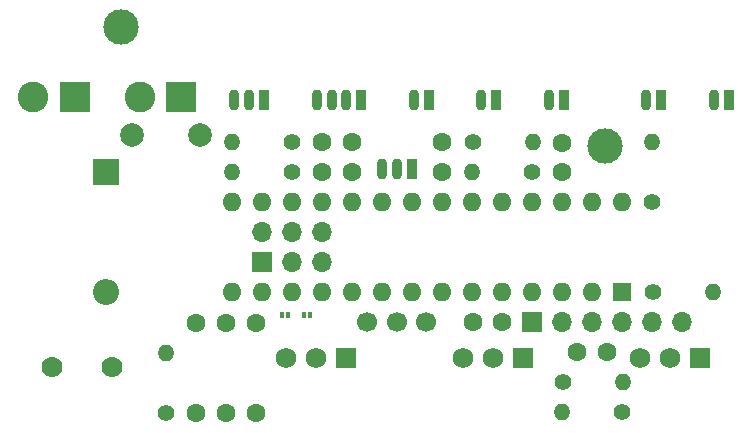
<source format=gts>
G04 #@! TF.FileFunction,Soldermask,Top*
%FSLAX46Y46*%
G04 Gerber Fmt 4.6, Leading zero omitted, Abs format (unit mm)*
G04 Created by KiCad (PCBNEW 4.0.7) date 08/30/19 18:47:50*
%MOMM*%
%LPD*%
G01*
G04 APERTURE LIST*
%ADD10C,0.100000*%
%ADD11O,0.900000X1.800000*%
%ADD12R,0.900000X1.700000*%
%ADD13R,0.850000X1.700000*%
%ADD14O,0.850000X1.800000*%
%ADD15C,1.600000*%
%ADD16R,2.200000X2.200000*%
%ADD17O,2.200000X2.200000*%
%ADD18C,2.000000*%
%ADD19C,1.778000*%
%ADD20R,1.700000X1.700000*%
%ADD21O,1.700000X1.700000*%
%ADD22C,3.000000*%
%ADD23C,1.750000*%
%ADD24R,1.750000X1.750000*%
%ADD25R,1.600000X1.600000*%
%ADD26O,1.600000X1.600000*%
%ADD27R,2.600000X2.600000*%
%ADD28C,2.600000*%
%ADD29C,1.700000*%
%ADD30C,1.400000*%
%ADD31O,1.400000X1.400000*%
%ADD32R,0.400000X0.600000*%
G04 APERTURE END LIST*
D10*
D11*
X150358000Y-92380000D03*
X149088000Y-92380000D03*
D12*
X151628000Y-92380000D03*
D13*
X139055000Y-86500000D03*
D14*
X137805000Y-86500000D03*
X136555000Y-86500000D03*
D13*
X147310000Y-86500000D03*
D14*
X146060000Y-86500000D03*
X144810000Y-86500000D03*
X143560000Y-86500000D03*
D15*
X133350000Y-105410000D03*
X133350000Y-113030000D03*
D16*
X125720000Y-92615000D03*
D17*
X125720000Y-102775000D03*
D18*
X127900000Y-89440000D03*
X133700000Y-89440000D03*
D19*
X126228000Y-109125000D03*
X121148000Y-109125000D03*
D20*
X161788000Y-105315000D03*
D21*
X164328000Y-105315000D03*
X166868000Y-105315000D03*
X169408000Y-105315000D03*
X171948000Y-105315000D03*
X174488000Y-105315000D03*
D22*
X167998000Y-90365000D03*
D23*
X170918000Y-108365000D03*
X173458000Y-108365000D03*
D24*
X175998000Y-108365000D03*
D22*
X126998000Y-80365000D03*
D25*
X169408000Y-102775000D03*
D26*
X136388000Y-95155000D03*
X166868000Y-102775000D03*
X138928000Y-95155000D03*
X164328000Y-102775000D03*
X141468000Y-95155000D03*
X161788000Y-102775000D03*
X144008000Y-95155000D03*
X159248000Y-102775000D03*
X146548000Y-95155000D03*
X156708000Y-102775000D03*
X149088000Y-95155000D03*
X154168000Y-102775000D03*
X151628000Y-95155000D03*
X151628000Y-102775000D03*
X154168000Y-95155000D03*
X149088000Y-102775000D03*
X156708000Y-95155000D03*
X146548000Y-102775000D03*
X159248000Y-95155000D03*
X144008000Y-102775000D03*
X161788000Y-95155000D03*
X141468000Y-102775000D03*
X164328000Y-95155000D03*
X138928000Y-102775000D03*
X166868000Y-95155000D03*
X136388000Y-102775000D03*
X169408000Y-95155000D03*
D27*
X132070000Y-86265000D03*
D28*
X128570000Y-86265000D03*
D27*
X123053000Y-86265000D03*
D28*
X119553000Y-86265000D03*
D29*
X147818000Y-105315000D03*
X150318000Y-105315000D03*
X152818000Y-105315000D03*
D30*
X164368000Y-110395000D03*
D31*
X169448000Y-110395000D03*
D30*
X169368000Y-112935000D03*
D31*
X164288000Y-112935000D03*
D15*
X154168000Y-90075000D03*
X154168000Y-92575000D03*
X146548000Y-90075000D03*
X146548000Y-92575000D03*
X159248000Y-105315000D03*
X156748000Y-105315000D03*
X144008000Y-90075000D03*
X144008000Y-92575000D03*
X165598000Y-107855000D03*
X168098000Y-107855000D03*
D30*
X171988000Y-102775000D03*
D31*
X177068000Y-102775000D03*
D15*
X164328000Y-92615000D03*
X164328000Y-90115000D03*
D30*
X156748000Y-90075000D03*
D31*
X161828000Y-90075000D03*
D30*
X161748000Y-92615000D03*
D31*
X156668000Y-92615000D03*
D23*
X155918000Y-108365000D03*
X158458000Y-108365000D03*
D24*
X160998000Y-108365000D03*
D23*
X140918000Y-108365000D03*
X143458000Y-108365000D03*
D24*
X145998000Y-108365000D03*
D30*
X141428000Y-92615000D03*
D31*
X136348000Y-92615000D03*
D30*
X141428000Y-90075000D03*
D31*
X136348000Y-90075000D03*
D30*
X171948000Y-95115000D03*
D31*
X171948000Y-90035000D03*
D15*
X135890000Y-105410000D03*
X135890000Y-113030000D03*
D30*
X130810000Y-112990000D03*
D31*
X130810000Y-107910000D03*
D20*
X138928000Y-100235000D03*
D21*
X138928000Y-97695000D03*
X141468000Y-100235000D03*
X141468000Y-97695000D03*
X144008000Y-100235000D03*
X144008000Y-97695000D03*
D32*
X140583000Y-104680000D03*
X141083000Y-104680000D03*
X142988000Y-104680000D03*
X142488000Y-104680000D03*
D15*
X138430000Y-105410000D03*
X138430000Y-113030000D03*
D13*
X172710000Y-86500000D03*
D14*
X171460000Y-86500000D03*
D13*
X164455000Y-86500000D03*
D14*
X163205000Y-86500000D03*
D13*
X178425000Y-86500000D03*
D14*
X177175000Y-86500000D03*
D13*
X153025000Y-86500000D03*
D14*
X151775000Y-86500000D03*
D13*
X158740000Y-86500000D03*
D14*
X157490000Y-86500000D03*
M02*

</source>
